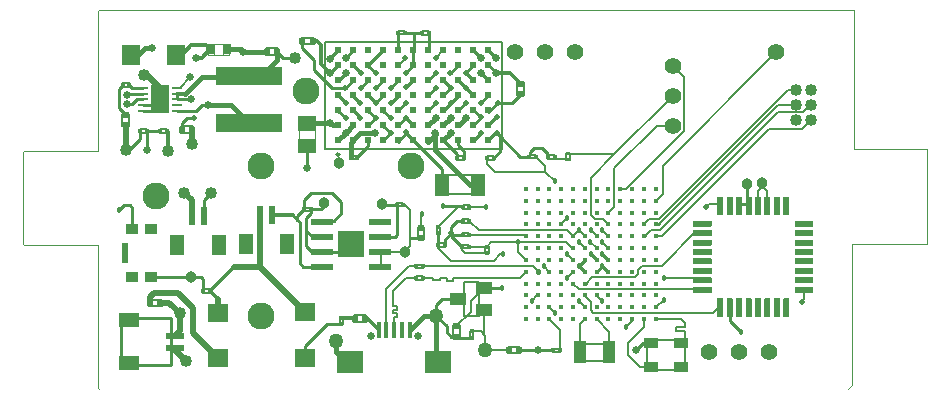
<source format=gtl>
G04 Layer_Physical_Order=1*
G04 Layer_Color=255*
%FSLAX24Y24*%
%MOIN*%
G70*
G01*
G75*
%ADD10R,0.0213X0.0236*%
%ADD11R,0.0236X0.0213*%
%ADD12R,0.0900X0.0900*%
%ADD13R,0.0750X0.0220*%
%ADD14R,0.0217X0.0591*%
%ADD15R,0.0591X0.0217*%
%ADD16R,0.0134X0.0142*%
%ADD17R,0.0157X0.0551*%
%ADD18R,0.0906X0.0748*%
%ADD19R,0.0591X0.0512*%
%ADD20R,0.0142X0.0134*%
%ADD21R,0.0612X0.0657*%
%ADD22R,0.2205X0.0610*%
%ADD23C,0.0240*%
%ADD24R,0.0709X0.0472*%
%ADD25R,0.0610X0.0236*%
%ADD26R,0.0260X0.0370*%
%ADD27R,0.0236X0.0610*%
%ADD28R,0.0472X0.0709*%
%ADD29R,0.0657X0.0612*%
%ADD30R,0.0138X0.0079*%
%ADD31R,0.0433X0.0748*%
%ADD32R,0.0646X0.0937*%
%ADD33R,0.0331X0.0106*%
%ADD34R,0.0453X0.0717*%
%ADD35R,0.0394X0.0354*%
%ADD36R,0.0217X0.0669*%
%ADD37R,0.0551X0.0394*%
%ADD38R,0.0450X0.0350*%
%ADD39C,0.0177*%
%ADD40C,0.0060*%
%ADD41C,0.0100*%
%ADD42C,0.0150*%
%ADD43C,0.0200*%
%ADD44C,0.0120*%
%ADD45C,0.0080*%
%ADD46C,0.0094*%
%ADD47C,0.0050*%
%ADD48C,0.0040*%
%ADD49C,0.0010*%
%ADD50C,0.0000*%
%ADD51C,0.0900*%
%ADD52C,0.0256*%
%ADD53C,0.0500*%
%ADD54C,0.0550*%
%ADD55C,0.0400*%
%ADD56C,0.0250*%
%ADD57C,0.0380*%
%ADD58C,0.0180*%
%ADD59C,0.0200*%
G36*
X-14311Y4081D02*
X-14351D01*
Y4160D01*
X-14311D01*
Y4081D01*
D02*
G37*
G36*
X-14509D02*
X-14548D01*
Y4160D01*
X-14509D01*
Y4081D01*
D02*
G37*
G36*
X-4690Y4193D02*
X-5084D01*
Y4372D01*
X-4690D01*
Y4193D01*
D02*
G37*
G36*
Y4507D02*
X-5084D01*
Y4688D01*
X-4690D01*
Y4507D01*
D02*
G37*
G36*
X-1540Y4193D02*
X-1929D01*
Y4372D01*
X-1540D01*
Y4193D01*
D02*
G37*
G36*
X-14519Y3701D02*
X-14558D01*
Y3780D01*
X-14519D01*
Y3701D01*
D02*
G37*
G36*
X-1540Y3563D02*
X-1927D01*
Y3741D01*
X-1540D01*
Y3563D01*
D02*
G37*
G36*
X-14321Y3701D02*
X-14361D01*
Y3780D01*
X-14321D01*
Y3701D01*
D02*
G37*
G36*
X-1540Y3878D02*
X-1926D01*
Y4057D01*
X-1540D01*
Y3878D01*
D02*
G37*
G36*
X-4690D02*
X-5084D01*
Y4057D01*
X-4690D01*
Y3878D01*
D02*
G37*
G36*
X-1540Y4507D02*
X-1925D01*
Y4688D01*
X-1540D01*
Y4507D01*
D02*
G37*
G36*
X-4690Y4822D02*
X-5085D01*
Y5004D01*
X-4690D01*
Y4822D01*
D02*
G37*
G36*
X-13582Y4790D02*
X-13621D01*
Y4869D01*
X-13582D01*
Y4790D01*
D02*
G37*
G36*
X-1540Y4822D02*
X-1929D01*
Y5003D01*
X-1540D01*
Y4822D01*
D02*
G37*
G36*
Y5137D02*
X-1927D01*
Y5319D01*
X-1540D01*
Y5137D01*
D02*
G37*
G36*
X-4690D02*
X-5083D01*
Y5318D01*
X-4690D01*
Y5137D01*
D02*
G37*
G36*
X-12989Y4741D02*
X-13028D01*
Y4820D01*
X-12989D01*
Y4741D01*
D02*
G37*
G36*
X-12141Y4552D02*
X-12220D01*
Y4591D01*
X-12141D01*
Y4552D01*
D02*
G37*
G36*
X-12791Y4741D02*
X-12831D01*
Y4820D01*
X-12791D01*
Y4741D01*
D02*
G37*
G36*
X-13779Y4790D02*
X-13819D01*
Y4869D01*
X-13779D01*
Y4790D01*
D02*
G37*
G36*
X-12141Y4749D02*
X-12220D01*
Y4789D01*
X-12141D01*
Y4749D01*
D02*
G37*
G36*
X-4690Y3563D02*
X-5085D01*
Y3741D01*
X-4690D01*
Y3563D01*
D02*
G37*
G36*
X-12192Y2573D02*
X-12423D01*
Y2754D01*
X-12192D01*
Y2573D01*
D02*
G37*
G36*
X-17001Y2379D02*
X-17080D01*
Y2419D01*
X-17001D01*
Y2379D01*
D02*
G37*
G36*
X-4322Y2670D02*
X-4503D01*
Y3059D01*
X-4322D01*
Y2670D01*
D02*
G37*
G36*
X-3692D02*
X-3874D01*
Y3056D01*
X-3692D01*
Y2670D01*
D02*
G37*
G36*
X-4007D02*
X-4190D01*
Y3056D01*
X-4007D01*
Y2670D01*
D02*
G37*
G36*
X-9742Y1280D02*
X-9781D01*
Y1359D01*
X-9742D01*
Y1280D01*
D02*
G37*
G36*
X-9939Y1280D02*
X-9979D01*
Y1359D01*
X-9939D01*
Y1280D01*
D02*
G37*
G36*
X-12661Y1722D02*
X-12740D01*
Y1761D01*
X-12661D01*
Y1722D01*
D02*
G37*
G36*
X-17001Y2182D02*
X-17080D01*
Y2221D01*
X-17001D01*
Y2182D01*
D02*
G37*
G36*
X-12661Y1919D02*
X-12740D01*
Y1958D01*
X-12661D01*
Y1919D01*
D02*
G37*
G36*
X-3377Y2670D02*
X-3558D01*
Y3056D01*
X-3377D01*
Y2670D01*
D02*
G37*
G36*
X-1540Y3248D02*
X-1926D01*
Y3425D01*
X-1540D01*
Y3248D01*
D02*
G37*
G36*
X-4690D02*
X-5086D01*
Y3424D01*
X-4690D01*
Y3248D01*
D02*
G37*
G36*
X-21609Y3261D02*
X-21648D01*
Y3340D01*
X-21609D01*
Y3261D01*
D02*
G37*
G36*
X-12192Y3315D02*
X-12423D01*
Y3494D01*
X-12192D01*
Y3315D01*
D02*
G37*
G36*
X-21412Y3261D02*
X-21451D01*
Y3340D01*
X-21412D01*
Y3261D01*
D02*
G37*
G36*
X-2748Y2670D02*
X-2927D01*
Y3056D01*
X-2748D01*
Y2670D01*
D02*
G37*
G36*
X-3063D02*
X-3242D01*
Y3057D01*
X-3063D01*
Y2670D01*
D02*
G37*
G36*
X-2433D02*
X-2611D01*
Y3057D01*
X-2433D01*
Y2670D01*
D02*
G37*
G36*
X-12983Y2944D02*
X-12984D01*
Y2944D01*
X-12984D01*
Y2944D01*
X-12984D01*
Y2944D01*
X-12984D01*
Y2944D01*
X-12984D01*
Y2944D01*
X-13213D01*
Y2944D01*
Y2944D01*
Y2944D01*
Y3124D01*
X-12983D01*
Y2944D01*
D02*
G37*
G36*
X-2118Y2670D02*
X-2295D01*
Y3056D01*
X-2118D01*
Y2670D01*
D02*
G37*
G36*
X-12969Y5141D02*
X-13008D01*
Y5220D01*
X-12969D01*
Y5141D01*
D02*
G37*
G36*
X-9909Y7731D02*
X-9948D01*
Y7810D01*
X-9909D01*
Y7731D01*
D02*
G37*
G36*
X-10106D02*
X-10145D01*
Y7810D01*
X-10106D01*
Y7731D01*
D02*
G37*
G36*
X-10746Y7741D02*
X-10785D01*
Y7820D01*
X-10746D01*
Y7741D01*
D02*
G37*
G36*
X-17904Y8075D02*
X-18476D01*
Y8370D01*
X-17904D01*
Y8075D01*
D02*
G37*
G36*
X-10549Y7741D02*
X-10588D01*
Y7820D01*
X-10549D01*
Y7741D01*
D02*
G37*
G36*
X-12952Y7700D02*
X-12991D01*
Y7779D01*
X-12952D01*
Y7700D01*
D02*
G37*
G36*
X-12146Y7700D02*
X-12186D01*
Y7779D01*
X-12146D01*
Y7700D01*
D02*
G37*
G36*
X-11949Y7700D02*
X-11988D01*
Y7779D01*
X-11949D01*
Y7700D01*
D02*
G37*
G36*
X-16502Y7710D02*
X-16541D01*
Y7789D01*
X-16502D01*
Y7710D01*
D02*
G37*
G36*
X-16698Y7710D02*
X-16738D01*
Y7789D01*
X-16698D01*
Y7710D01*
D02*
G37*
G36*
X-23719Y8601D02*
X-23758D01*
Y8680D01*
X-23719D01*
Y8601D01*
D02*
G37*
G36*
X-14319Y11861D02*
X-14358D01*
Y11940D01*
X-14319D01*
Y11861D01*
D02*
G37*
G36*
X-24102Y10121D02*
X-24141D01*
Y10200D01*
X-24102D01*
Y10121D01*
D02*
G37*
G36*
X-14121Y11861D02*
X-14161D01*
Y11940D01*
X-14121D01*
Y11861D01*
D02*
G37*
G36*
X-14912Y11870D02*
X-14951D01*
Y11949D01*
X-14912D01*
Y11870D01*
D02*
G37*
G36*
X-15109Y11870D02*
X-15149D01*
Y11949D01*
X-15109D01*
Y11870D01*
D02*
G37*
G36*
X-23049Y8601D02*
X-23088D01*
Y8680D01*
X-23049D01*
Y8601D01*
D02*
G37*
G36*
X-23522D02*
X-23561D01*
Y8680D01*
X-23522D01*
Y8601D01*
D02*
G37*
G36*
X-22851D02*
X-22891D01*
Y8680D01*
X-22851D01*
Y8601D01*
D02*
G37*
G36*
X-24299Y10121D02*
X-24338D01*
Y10200D01*
X-24299D01*
Y10121D01*
D02*
G37*
G36*
X-17904Y8645D02*
X-18475D01*
Y8940D01*
X-17904D01*
Y8645D01*
D02*
G37*
G36*
X-13149Y7700D02*
X-13189D01*
Y7779D01*
X-13149D01*
Y7700D01*
D02*
G37*
G36*
X-12772Y5601D02*
X-12811D01*
Y5680D01*
X-12772D01*
Y5601D01*
D02*
G37*
G36*
X-12969D02*
X-13008D01*
Y5680D01*
X-12969D01*
Y5601D01*
D02*
G37*
G36*
X-4322Y5820D02*
X-4506D01*
Y6215D01*
X-4322D01*
Y5820D01*
D02*
G37*
G36*
X-3692D02*
X-3874D01*
Y6215D01*
X-3692D01*
Y5820D01*
D02*
G37*
G36*
X-4007D02*
X-4189D01*
Y6213D01*
X-4007D01*
Y5820D01*
D02*
G37*
G36*
X-13771Y5212D02*
X-13850D01*
Y5251D01*
X-13771D01*
Y5212D01*
D02*
G37*
G36*
X-12771Y5141D02*
X-12811D01*
Y5220D01*
X-12771D01*
Y5141D01*
D02*
G37*
G36*
X-13771Y5409D02*
X-13850D01*
Y5449D01*
X-13771D01*
Y5409D01*
D02*
G37*
G36*
X-1540Y5452D02*
X-1927D01*
Y5635D01*
X-1540D01*
Y5452D01*
D02*
G37*
G36*
X-4690D02*
X-5086D01*
Y5636D01*
X-4690D01*
Y5452D01*
D02*
G37*
G36*
X-3377Y5820D02*
X-3558D01*
Y6214D01*
X-3377D01*
Y5820D01*
D02*
G37*
G36*
X-12959Y6061D02*
X-12998D01*
Y6140D01*
X-12959D01*
Y6061D01*
D02*
G37*
G36*
X-18052Y5980D02*
X-18091D01*
Y6059D01*
X-18052D01*
Y5980D01*
D02*
G37*
G36*
X-12761Y6061D02*
X-12801D01*
Y6140D01*
X-12761D01*
Y6061D01*
D02*
G37*
G36*
X-14972Y6141D02*
X-15012D01*
Y6220D01*
X-14972D01*
Y6141D01*
D02*
G37*
G36*
X-15169D02*
X-15208D01*
Y6220D01*
X-15169D01*
Y6141D01*
D02*
G37*
G36*
X-2748Y5820D02*
X-2927D01*
Y6215D01*
X-2748D01*
Y5820D01*
D02*
G37*
G36*
X-3063D02*
X-3242D01*
Y6213D01*
X-3063D01*
Y5820D01*
D02*
G37*
G36*
X-2433D02*
X-2611D01*
Y6216D01*
X-2433D01*
Y5820D01*
D02*
G37*
G36*
X-18249Y5980D02*
X-18289D01*
Y6059D01*
X-18249D01*
Y5980D01*
D02*
G37*
G36*
X-2118Y5820D02*
X-2297D01*
Y6211D01*
X-2118D01*
Y5820D01*
D02*
G37*
D10*
X-18339Y11630D02*
D03*
X-18001D02*
D03*
X-16590Y2380D02*
D03*
X-16251D02*
D03*
X-19180Y11280D02*
D03*
X-19519D02*
D03*
X-22359Y8680D02*
D03*
X-22021D02*
D03*
X-23070Y2900D02*
D03*
X-23409D02*
D03*
X-11120Y1330D02*
D03*
X-11459D02*
D03*
D11*
X-11060Y9871D02*
D03*
Y10209D02*
D03*
X-14380Y5399D02*
D03*
Y5060D02*
D03*
X-24230Y8831D02*
D03*
Y9169D02*
D03*
X-13210Y1781D02*
D03*
Y2119D02*
D03*
D12*
X-16720Y4860D02*
D03*
D13*
X-17700Y4110D02*
D03*
Y4610D02*
D03*
Y5110D02*
D03*
Y5610D02*
D03*
X-15740D02*
D03*
Y5110D02*
D03*
Y4610D02*
D03*
Y4110D02*
D03*
D14*
X-2208Y6133D02*
D03*
X-2523D02*
D03*
X-2838D02*
D03*
X-3153D02*
D03*
X-3467D02*
D03*
X-3782D02*
D03*
X-4097D02*
D03*
X-4412D02*
D03*
Y2747D02*
D03*
X-4097D02*
D03*
X-3782D02*
D03*
X-3467D02*
D03*
X-3153D02*
D03*
X-2838D02*
D03*
X-2523D02*
D03*
X-2208D02*
D03*
D15*
X-5003Y5542D02*
D03*
Y5227D02*
D03*
Y4912D02*
D03*
Y4597D02*
D03*
Y4283D02*
D03*
Y3968D02*
D03*
Y3653D02*
D03*
Y3338D02*
D03*
X-1617D02*
D03*
Y3653D02*
D03*
Y3968D02*
D03*
Y4283D02*
D03*
Y4597D02*
D03*
Y4912D02*
D03*
Y5227D02*
D03*
Y5542D02*
D03*
D16*
X-13000Y5640D02*
D03*
X-12780D02*
D03*
X-13020Y4780D02*
D03*
X-12800D02*
D03*
X-12780Y5180D02*
D03*
X-13000D02*
D03*
X-24330Y10160D02*
D03*
X-24110D02*
D03*
X-22860Y8640D02*
D03*
X-23080D02*
D03*
X-23530D02*
D03*
X-23750D02*
D03*
X-15140Y11910D02*
D03*
X-14920D02*
D03*
X-16510Y7750D02*
D03*
X-16730D02*
D03*
X-12960Y7740D02*
D03*
X-13180D02*
D03*
X-14130Y11900D02*
D03*
X-14350D02*
D03*
X-12177Y7740D02*
D03*
X-11957D02*
D03*
X-12990Y6100D02*
D03*
X-12770D02*
D03*
X-13590Y4830D02*
D03*
X-13810D02*
D03*
X-21640Y3300D02*
D03*
X-21420D02*
D03*
X-14550Y3740D02*
D03*
X-14540Y4120D02*
D03*
X-9750Y1320D02*
D03*
X-9970D02*
D03*
X-10137Y7770D02*
D03*
X-9917D02*
D03*
X-18060Y6020D02*
D03*
X-18280D02*
D03*
X-15200Y6180D02*
D03*
X-14980D02*
D03*
X-10557Y7780D02*
D03*
X-10777D02*
D03*
X-14320Y4120D02*
D03*
X-14330Y3740D02*
D03*
D17*
X-15792Y2003D02*
D03*
X-15536D02*
D03*
X-15280D02*
D03*
X-15024D02*
D03*
X-14768D02*
D03*
D18*
X-16756Y920D02*
D03*
X-13804D02*
D03*
D19*
X-18190Y8136D02*
D03*
Y8884D02*
D03*
D20*
X-12700Y1730D02*
D03*
Y1950D02*
D03*
X-17040Y2410D02*
D03*
Y2190D02*
D03*
X-13810Y5440D02*
D03*
Y5220D02*
D03*
X-12180Y4560D02*
D03*
Y4780D02*
D03*
D21*
X-24050Y11180D02*
D03*
X-22542D02*
D03*
D22*
X-20110Y8895D02*
D03*
Y10470D02*
D03*
D23*
X-17140Y8320D02*
D03*
Y8820D02*
D03*
Y9320D02*
D03*
Y9820D02*
D03*
Y10320D02*
D03*
Y10820D02*
D03*
Y11320D02*
D03*
X-16640Y8320D02*
D03*
X-16140D02*
D03*
X-15640D02*
D03*
X-15140D02*
D03*
X-14640D02*
D03*
X-14140D02*
D03*
X-13640D02*
D03*
X-13140D02*
D03*
X-12640D02*
D03*
X-12140D02*
D03*
X-16640Y8820D02*
D03*
Y9320D02*
D03*
Y9820D02*
D03*
Y10320D02*
D03*
Y10820D02*
D03*
Y11320D02*
D03*
X-16140Y8820D02*
D03*
Y9320D02*
D03*
Y9820D02*
D03*
Y10320D02*
D03*
Y10820D02*
D03*
Y11320D02*
D03*
X-15640Y8820D02*
D03*
Y9320D02*
D03*
Y9820D02*
D03*
Y10320D02*
D03*
Y10820D02*
D03*
Y11320D02*
D03*
X-15140Y8820D02*
D03*
Y9320D02*
D03*
Y9820D02*
D03*
Y10320D02*
D03*
Y10820D02*
D03*
Y11320D02*
D03*
X-14640Y8820D02*
D03*
Y9320D02*
D03*
Y9820D02*
D03*
Y10320D02*
D03*
Y10820D02*
D03*
Y11320D02*
D03*
X-14140Y8820D02*
D03*
Y9320D02*
D03*
Y9820D02*
D03*
Y10320D02*
D03*
Y10820D02*
D03*
Y11320D02*
D03*
X-13640Y8820D02*
D03*
Y9320D02*
D03*
Y9820D02*
D03*
Y10320D02*
D03*
Y10820D02*
D03*
Y11320D02*
D03*
X-13140Y8820D02*
D03*
Y9320D02*
D03*
Y9820D02*
D03*
Y10320D02*
D03*
Y10820D02*
D03*
Y11320D02*
D03*
X-12640Y8820D02*
D03*
Y9320D02*
D03*
Y9820D02*
D03*
Y10320D02*
D03*
Y10820D02*
D03*
Y11320D02*
D03*
X-12140Y8820D02*
D03*
Y9320D02*
D03*
Y9820D02*
D03*
Y10320D02*
D03*
Y10820D02*
D03*
Y11320D02*
D03*
D24*
X-24118Y901D02*
D03*
Y2319D02*
D03*
D25*
X-22592Y1413D02*
D03*
Y1807D02*
D03*
D26*
X-21420Y11350D02*
D03*
X-20860D02*
D03*
D27*
X-19363Y5828D02*
D03*
X-19756Y5828D02*
D03*
X-21633Y5798D02*
D03*
X-22026Y5798D02*
D03*
D28*
X-18860Y4870D02*
D03*
X-20234D02*
D03*
X-21130Y4840D02*
D03*
X-22504D02*
D03*
D29*
X-21160Y2580D02*
D03*
Y1072D02*
D03*
X-18240Y2584D02*
D03*
Y1076D02*
D03*
D30*
X-9490Y7703D02*
D03*
Y7860D02*
D03*
D31*
X-8110Y1250D02*
D03*
X-9094D02*
D03*
D32*
X-23087Y9683D02*
D03*
D33*
X-22520Y10077D02*
D03*
Y9880D02*
D03*
Y9683D02*
D03*
Y9486D02*
D03*
Y9289D02*
D03*
X-23654D02*
D03*
Y9486D02*
D03*
Y9683D02*
D03*
Y9880D02*
D03*
Y10077D02*
D03*
D34*
X-13670Y6840D02*
D03*
X-12501D02*
D03*
D35*
X-24005Y3753D02*
D03*
X-23375D02*
D03*
Y5367D02*
D03*
X-24005D02*
D03*
D36*
X-24251Y4560D02*
D03*
D37*
X-12270Y2660D02*
D03*
Y3408D02*
D03*
X-13136Y3034D02*
D03*
D38*
X-5710Y760D02*
D03*
X-6710D02*
D03*
X-5710Y1560D02*
D03*
X-6710D02*
D03*
D39*
X-10895Y6697D02*
D03*
X-10501D02*
D03*
X-10107D02*
D03*
X-9714D02*
D03*
X-9320D02*
D03*
X-8926D02*
D03*
X-8533D02*
D03*
X-8139D02*
D03*
X-7745D02*
D03*
X-7351D02*
D03*
X-6958D02*
D03*
X-6564D02*
D03*
X-10895Y6304D02*
D03*
X-10501D02*
D03*
X-10107D02*
D03*
X-9714D02*
D03*
X-9320D02*
D03*
X-8926D02*
D03*
X-8533D02*
D03*
X-8139D02*
D03*
X-7745D02*
D03*
X-7351D02*
D03*
X-6958D02*
D03*
X-6564D02*
D03*
X-10895Y5910D02*
D03*
X-10501D02*
D03*
X-10107D02*
D03*
X-9714D02*
D03*
X-9320D02*
D03*
X-8926D02*
D03*
X-8533D02*
D03*
X-8139D02*
D03*
X-7745D02*
D03*
X-7351D02*
D03*
X-6958D02*
D03*
X-6564D02*
D03*
X-10895Y5516D02*
D03*
X-10501D02*
D03*
X-10107D02*
D03*
X-9714D02*
D03*
X-9320D02*
D03*
X-8926D02*
D03*
X-8533D02*
D03*
X-8139D02*
D03*
X-7745D02*
D03*
X-7351D02*
D03*
X-6958D02*
D03*
X-6564D02*
D03*
X-10895Y5123D02*
D03*
Y4729D02*
D03*
Y4335D02*
D03*
Y3941D02*
D03*
Y3548D02*
D03*
Y3154D02*
D03*
Y2760D02*
D03*
Y2367D02*
D03*
X-10501Y5123D02*
D03*
Y4729D02*
D03*
Y4335D02*
D03*
Y3941D02*
D03*
Y3548D02*
D03*
Y3154D02*
D03*
Y2760D02*
D03*
Y2367D02*
D03*
X-10107Y5123D02*
D03*
Y4729D02*
D03*
Y4335D02*
D03*
Y3941D02*
D03*
Y3548D02*
D03*
Y3154D02*
D03*
Y2760D02*
D03*
Y2367D02*
D03*
X-9714Y5123D02*
D03*
Y4729D02*
D03*
Y4335D02*
D03*
Y3941D02*
D03*
Y3548D02*
D03*
Y3154D02*
D03*
Y2760D02*
D03*
Y2367D02*
D03*
X-9320Y5123D02*
D03*
Y4729D02*
D03*
Y4335D02*
D03*
Y3941D02*
D03*
Y3548D02*
D03*
Y3154D02*
D03*
Y2760D02*
D03*
Y2367D02*
D03*
X-8926Y5123D02*
D03*
Y4729D02*
D03*
Y4335D02*
D03*
Y3941D02*
D03*
Y3548D02*
D03*
Y3154D02*
D03*
Y2760D02*
D03*
Y2367D02*
D03*
X-8533Y5123D02*
D03*
Y4729D02*
D03*
Y4335D02*
D03*
Y3941D02*
D03*
Y3548D02*
D03*
Y3154D02*
D03*
Y2760D02*
D03*
Y2367D02*
D03*
X-8139Y5123D02*
D03*
Y4729D02*
D03*
Y4335D02*
D03*
Y3941D02*
D03*
Y3548D02*
D03*
Y3154D02*
D03*
Y2760D02*
D03*
Y2367D02*
D03*
X-7745Y5123D02*
D03*
Y4729D02*
D03*
Y4335D02*
D03*
Y3941D02*
D03*
Y3548D02*
D03*
Y3154D02*
D03*
Y2760D02*
D03*
Y2367D02*
D03*
X-7351Y5123D02*
D03*
Y4729D02*
D03*
Y4335D02*
D03*
Y3941D02*
D03*
Y3548D02*
D03*
Y3154D02*
D03*
Y2760D02*
D03*
Y2367D02*
D03*
X-6958Y5123D02*
D03*
Y4729D02*
D03*
Y4335D02*
D03*
Y3941D02*
D03*
Y3548D02*
D03*
Y3154D02*
D03*
Y2760D02*
D03*
Y2367D02*
D03*
X-6564Y5123D02*
D03*
Y4729D02*
D03*
Y4335D02*
D03*
Y3941D02*
D03*
Y3548D02*
D03*
Y3154D02*
D03*
Y2760D02*
D03*
Y2367D02*
D03*
D40*
X-3155Y6133D02*
Y6635D01*
X-14955Y6205D02*
X-14740Y5990D01*
X-12800Y4780D02*
X-12180D01*
X-15730Y4060D02*
Y4600D01*
X-12270Y1820D02*
Y2660D01*
X-12400Y1950D02*
X-12270Y1820D01*
X-12250Y1800D01*
X-12170Y1330D02*
X-11459D01*
X-12250Y1340D02*
X-12170Y1330D01*
X-14370Y5399D02*
Y5870D01*
X-15730Y4600D02*
X-14930D01*
X-11910Y7280D02*
X-10240D01*
X-12177Y7547D02*
X-11910Y7280D01*
X-12177Y7547D02*
Y7740D01*
X-12760Y6110D02*
X-12230D01*
X-12770Y6100D02*
X-12760Y6110D01*
X-12720Y2958D02*
X-12270Y3408D01*
X-12720Y2609D02*
Y2958D01*
X-12250Y1340D02*
Y1800D01*
X-12700Y1950D02*
X-12400D01*
X-4774Y6196D02*
X-4412D01*
X-1620Y3020D02*
Y3401D01*
X-5210Y5290D02*
X-5005D01*
X-6360Y4140D02*
X-5210Y5290D01*
X-7010Y4140D02*
X-6360D01*
X-4880Y6090D02*
X-4774Y6196D01*
X-6240Y8810D02*
X-6050Y9000D01*
X-6520Y8810D02*
X-6240D01*
X-7940Y7390D02*
X-6520Y8810D01*
X-7940Y7860D02*
X-6000Y9800D01*
X-9490Y7860D02*
X-7940D01*
X-5620Y8640D02*
Y10420D01*
X-6000Y10800D02*
X-5620Y10420D01*
X-6330Y7470D02*
X-2550Y11250D01*
X-6330Y6538D02*
Y7470D01*
X-1700Y8700D02*
X-1400Y9000D01*
X-2790Y8700D02*
X-1700D01*
X-4645Y2580D02*
X-4415Y2810D01*
X-6280Y3716D02*
X-5003D01*
X-14930Y4600D02*
X-14740Y4790D01*
Y5990D01*
X-1700Y2940D02*
X-1620Y3020D01*
X-9132Y3360D02*
X-5046D01*
X-5580Y2090D02*
Y2220D01*
X-5890Y2090D02*
X-5580D01*
X-5890Y1960D02*
Y2090D01*
X-5580Y1690D02*
Y1960D01*
X-5890D02*
X-5580D01*
X-5727Y2367D02*
X-5580Y2220D01*
X-6564Y2367D02*
X-5727D01*
X-2840Y6196D02*
Y6620D01*
X-3010Y6790D02*
X-2840Y6620D01*
X-10240Y7280D02*
X-9930Y6970D01*
X-10240Y7280D02*
Y7463D01*
X-10557Y7780D02*
X-10240Y7463D01*
X-13210Y2119D02*
X-12720Y2609D01*
X-12780Y5640D02*
X-12460Y5320D01*
X-9530D01*
X-9333Y5123D01*
X-9320D01*
X-13150Y6100D02*
X-12990D01*
X-13810Y5440D02*
X-13150Y6100D01*
X-9130Y2960D02*
X-8930Y2760D01*
X-8926D01*
X-11150Y4590D02*
Y4920D01*
Y4590D02*
X-10895Y4335D01*
X-11960Y4310D02*
X-11740Y4530D01*
X-13400Y4310D02*
X-11960D01*
X-13810Y4720D02*
X-13400Y4310D01*
X-11740Y4530D02*
X-11660D01*
X-9510Y4525D02*
X-9320Y4335D01*
X-9530Y3731D02*
X-9320Y3941D01*
X-10300Y4140D02*
X-10107Y3947D01*
X-10700Y2960D02*
X-10506Y3154D01*
X-12270Y2660D02*
Y2820D01*
X-12910Y4560D02*
X-12180D01*
X-13020Y4670D02*
X-12910Y4560D01*
X-13020Y4670D02*
Y4780D01*
X-8340Y4930D02*
X-8139Y4729D01*
Y4729D02*
Y4729D01*
X-8740Y4940D02*
X-8533Y4733D01*
X-9130Y4930D02*
X-8929Y4729D01*
X-7351Y2308D02*
Y2367D01*
X-7550Y2110D02*
X-7351Y2308D01*
X-7480Y1580D02*
X-6958Y2102D01*
X-7480Y1170D02*
Y1580D01*
X-6958Y2102D02*
Y2367D01*
X-7070Y760D02*
X-6710D01*
X-7480Y1170D02*
X-7070Y760D01*
X-12040Y4920D02*
X-11150D01*
X-9550D01*
X-12180Y4780D02*
X-12040Y4920D01*
X-9550D02*
X-9359Y4729D01*
X-9320D01*
X-8340Y5320D02*
X-8143Y5123D01*
X-8139D01*
X-8730Y5320D02*
X-8533Y5123D01*
Y5123D02*
Y5123D01*
X-9120Y5316D02*
Y5320D01*
Y5316D02*
X-8926Y5123D01*
X-9317D02*
X-9120Y5320D01*
X-9320Y5123D02*
X-9317D01*
X-9910Y2560D02*
Y2563D01*
X-10107Y2760D02*
X-9910Y2563D01*
X-7940Y6109D02*
Y7390D01*
X-8139Y5910D02*
X-7940Y6109D01*
X-3010Y6790D02*
Y6890D01*
Y6780D02*
Y6790D01*
X-3155Y6635D02*
X-3010Y6780D01*
X-6540Y2760D02*
X-6300Y3000D01*
X-7160Y3990D02*
X-7010Y4140D01*
X-7160Y3850D02*
Y3990D01*
X-7250Y3760D02*
X-7160Y3850D01*
X-8690Y3760D02*
X-7250D01*
X-8902Y3548D02*
X-8690Y3760D01*
X-8640Y2580D02*
X-4645D01*
X-8730Y2670D02*
X-8640Y2580D01*
X-8730Y2670D02*
Y2930D01*
X-8926Y3126D02*
X-8730Y2930D01*
X-8350Y2950D02*
X-8340D01*
X-8533Y3133D02*
X-8350Y2950D01*
X-9320Y3548D02*
X-9132Y3360D01*
X-10107Y2367D02*
X-9750Y2009D01*
X-8533Y2367D02*
X-8110Y1944D01*
X-9094Y2199D02*
X-8926Y2367D01*
X-9750Y1320D02*
Y2009D01*
X-8110Y1250D02*
Y1944D01*
X-9094Y1250D02*
Y2199D01*
X-10952Y5180D02*
X-10895Y5123D01*
X-12780Y5180D02*
X-10952D01*
X-9849Y7703D02*
X-9490D01*
X-11910Y8550D02*
X-11840D01*
X-15140Y11320D02*
X-15140Y11320D01*
X-9917Y7770D02*
X-9849Y7703D01*
X-16410Y9060D02*
Y9090D01*
X-15400Y8560D02*
Y8570D01*
X-15140Y8320D02*
X-15120D01*
X-14660D02*
X-14640D01*
X-16900Y9570D02*
Y9580D01*
X-16390Y10570D02*
X-16380D01*
Y10070D02*
Y10080D01*
X-14650Y10320D02*
X-14640D01*
X-13410Y10570D02*
X-13390D01*
X-12890Y10560D02*
Y10570D01*
X-13640Y9320D02*
X-13630D01*
X-12650Y10320D02*
X-12640D01*
X-11870Y9090D02*
X-11850D01*
X-12640Y9320D02*
X-12620D01*
X-14890Y9570D02*
X-14880D01*
X-15880Y9560D02*
Y9580D01*
X-16910Y10070D02*
X-16890D01*
X-17140Y10320D02*
X-17130D01*
X-15140Y10820D02*
X-15130D01*
X-13650Y11320D02*
X-13640D01*
X-13900Y11070D02*
X-13650Y11320D01*
X-11900Y11080D02*
X-11880D01*
X-12140Y10820D02*
X-12130D01*
X-12150Y10320D02*
X-12140D01*
X-14140Y11320D02*
X-14130Y11330D01*
X-12640Y8320D02*
X-12610D01*
X-14920Y11037D02*
Y11080D01*
X-13140Y9810D02*
Y9820D01*
X-14640Y11320D02*
X-14620Y11340D01*
X-13640Y9820D02*
Y9840D01*
X-14140Y9820D02*
Y9840D01*
X-14640Y8800D02*
Y8820D01*
X-16140Y10810D02*
Y10820D01*
X-15140Y9800D02*
Y9820D01*
X-15640Y9290D02*
Y9320D01*
X-16140Y9300D02*
Y9320D01*
X-16640Y9800D02*
Y9820D01*
X-17140Y9300D02*
Y9320D01*
X-15140Y8800D02*
Y8820D01*
X-15640Y8810D02*
Y8820D01*
X-15133Y10825D02*
X-14920Y11037D01*
X-15133Y10825D02*
X-15130Y10820D01*
X-7745Y6697D02*
X-7563D01*
X-5620Y8640D01*
X-8600Y5710D02*
X-8333D01*
X-8139Y5516D01*
X-8730Y5840D02*
X-8600Y5710D01*
X-8730Y5840D02*
Y7070D01*
X-7940Y7860D01*
X-6564Y6304D02*
X-6330Y6538D01*
X-9714Y5536D02*
X-9520Y5730D01*
X-6958Y5516D02*
X-6774Y5700D01*
X-6450D01*
X-2150Y10000D01*
X-6464Y5516D02*
X-2480Y9500D01*
X-1900D01*
X-6927Y5123D02*
X-6720Y5330D01*
X-6420D01*
X-6564Y5123D02*
X-6367D01*
X-2150Y10000D02*
X-1900D01*
X-6420Y5330D02*
X-2500Y9250D01*
X-1650D01*
X-1400Y9500D01*
X-6367Y5123D02*
X-2790Y8700D01*
X-12963Y2474D02*
Y3594D01*
Y2474D02*
X-12443D01*
Y3594D01*
X-12963D02*
X-12443D01*
D41*
X-23375Y3753D02*
X-21703D01*
X-18200Y8116D02*
X-18180Y8136D01*
X-15140Y8280D02*
X-14870Y8550D01*
Y8570D02*
X-13670Y7370D01*
X-13140Y9320D02*
X-12885Y9575D01*
X-3785Y6196D02*
X-3470D01*
X-12620Y9320D02*
X-12380Y9080D01*
X-12140Y9260D02*
X-11830Y9570D01*
X-18200Y7400D02*
Y8116D01*
X-17630Y6120D02*
Y6240D01*
X-17730Y6020D02*
X-17630Y6120D01*
X-18060Y6020D02*
X-17730D01*
X-18658Y5828D02*
X-18510Y5680D01*
X-18320Y4110D02*
X-17700D01*
X-18430Y4220D02*
X-18320Y4110D01*
X-15240Y5110D02*
X-15200Y5150D01*
Y6180D01*
X-16970Y4610D02*
X-16720Y4860D01*
X-17700Y4610D02*
X-16970D01*
X-18030D02*
X-17700D01*
X-18230Y4810D02*
X-18030Y4610D01*
X-18230Y4810D02*
Y5330D01*
Y5740D01*
X-18010Y5110D02*
X-17700D01*
X-18230Y5330D02*
X-18010Y5110D01*
X-21633Y5798D02*
Y6317D01*
X-21380Y6570D01*
X-10630Y8080D02*
X-10340D01*
X-10769Y7941D02*
X-10630Y8080D01*
X-10769Y7815D02*
Y7941D01*
X-10137Y7770D02*
Y7877D01*
X-10340Y8080D02*
X-10137Y7877D01*
X-13686Y3034D02*
X-13136D01*
X-13880Y2840D02*
X-13686Y3034D01*
X-13880Y2480D02*
Y2840D01*
X-4100Y2300D02*
Y2747D01*
Y2300D02*
X-3730Y1930D01*
X-3510Y6236D02*
Y6880D01*
Y6236D02*
X-3470Y6196D01*
X-11361Y9570D02*
X-11060Y9871D01*
X-11830Y9570D02*
X-11361D01*
X-17940Y10670D02*
Y10990D01*
X-18339Y11389D02*
X-17940Y10990D01*
X-18339Y11389D02*
Y11630D01*
X-24300Y6160D02*
X-24090D01*
X-24460Y6000D02*
X-24300Y6160D01*
X-21703Y3753D02*
X-21640Y3690D01*
X-15700Y6190D02*
X-15690Y6180D01*
X-15200D01*
X-5046Y3360D02*
X-5005Y3401D01*
X-17340Y10070D02*
X-16910D01*
X-17940Y10670D02*
X-17340Y10070D01*
X-18430Y4220D02*
Y5600D01*
X-15740Y5110D02*
X-15240D01*
X-18230Y5740D02*
X-18060Y5910D01*
Y6020D01*
X-18510Y5680D02*
X-18430Y5600D01*
X-14720Y5060D02*
X-14380D01*
X-17040Y5900D02*
Y6260D01*
X-17300Y5640D02*
X-17040Y5900D01*
X-17670Y5640D02*
X-17300D01*
X-17360Y6580D02*
X-17040Y6260D01*
X-17700Y5610D02*
X-17670Y5640D01*
X-18040Y6580D02*
X-17360D01*
X-18280Y6340D02*
X-18040Y6580D01*
X-18280Y6020D02*
Y6340D01*
X-18510Y5790D02*
X-18280Y6020D01*
X-18510Y5680D02*
Y5790D01*
X-5710Y1560D02*
X-5580Y1690D01*
X-14870Y8550D02*
Y8570D01*
Y8600D01*
X-16220Y8320D02*
X-16207Y8290D01*
X-16140Y8120D02*
Y8320D01*
X-16510Y7750D02*
X-16140Y8120D01*
X-11740Y8450D02*
X-11070Y7780D01*
X-11840Y8550D02*
X-11740Y8450D01*
Y7957D02*
Y8450D01*
X-11957Y7740D02*
X-11740Y7957D01*
X-11070Y7780D02*
X-10777D01*
X-13030Y6140D02*
X-12990Y6100D01*
X-13640Y6140D02*
X-13030D01*
X-12270Y3408D02*
X-11698D01*
X-10107Y3941D02*
Y3947D01*
X-10506Y3154D02*
X-10501D01*
X-9120Y4140D02*
X-8926Y3946D01*
Y3941D02*
Y3946D01*
X-9120Y4140D02*
Y4141D01*
X-8926Y4335D01*
X-8529Y3941D02*
X-8340Y4130D01*
X-8533Y3941D02*
X-8529D01*
X-8340Y4130D02*
X-8152Y3941D01*
X-8139D01*
X-8340Y4536D02*
Y4540D01*
Y4536D02*
X-8139Y4335D01*
X-8730Y4530D02*
X-8535Y4335D01*
X-8533D01*
Y4729D02*
Y4733D01*
X-8929Y4729D02*
X-8926D01*
X-10490Y1330D02*
X-9980D01*
X-11120D02*
X-10490D01*
X-9980D02*
X-9970Y1320D01*
X-6564Y2760D02*
X-6540D01*
X-7220Y1330D02*
X-6990Y1560D01*
X-6710D01*
X-8926Y3548D02*
X-8902D01*
X-8926Y3126D02*
Y3154D01*
X-8533Y3133D02*
Y3154D01*
X-11120Y1330D02*
X-11110Y1320D01*
X-23520Y7990D02*
X-23510D01*
X-23530Y8000D02*
X-23520Y7990D01*
X-24460Y10030D02*
X-24330Y10160D01*
X-24460Y9399D02*
Y10030D01*
Y9399D02*
X-24230Y9169D01*
X-24170Y9520D02*
X-24020D01*
X-24170Y9830D02*
Y9860D01*
X-24150Y9880D01*
X-13880Y2480D02*
X-13530Y2130D01*
Y1930D02*
Y2130D01*
Y1930D02*
X-13381Y1781D01*
X-13210D01*
X-23530Y8000D02*
Y8640D01*
X-13880Y2451D02*
Y2480D01*
X-13210Y1781D02*
X-13159Y1730D01*
X-12700D01*
X-15930Y8560D02*
X-15890Y8520D01*
X-20110Y10470D02*
X-19710D01*
X-19180Y11280D02*
X-18980Y11080D01*
X-18570D01*
X-20161Y10419D02*
X-20110Y10470D01*
X-23750Y8380D02*
Y8640D01*
X-24120Y8010D02*
X-23750Y8380D01*
X-23530Y8640D02*
X-23080D01*
X-24220Y8010D02*
X-24120D01*
X-16620Y2410D02*
X-16590Y2380D01*
X-18240Y1076D02*
Y1460D01*
X-24150Y9880D02*
X-23654D01*
X-24020Y9520D02*
X-23857Y9683D01*
X-21891Y9289D02*
X-21670Y9510D01*
X-22520Y9289D02*
X-21891D01*
X-21670Y9510D02*
X-21480D01*
X-22359Y8891D02*
X-22180Y9070D01*
X-22359Y8680D02*
Y8891D01*
X-22180Y9070D02*
X-21960D01*
X-22021Y8201D02*
X-22010Y8190D01*
X-22592Y1332D02*
Y1413D01*
X-22520Y9683D02*
Y9870D01*
X-14870Y10100D02*
X-14650Y10320D01*
X-12610Y8320D02*
X-12380Y8550D01*
X-16890Y10070D02*
X-16640Y10320D01*
X-13390Y10570D02*
X-13140Y10820D01*
X-12890Y10560D02*
X-12650Y10320D01*
X-12880Y10060D02*
X-12640Y9820D01*
X-14890Y9070D02*
X-14640Y8820D01*
X-14900Y10560D02*
X-14640Y10820D01*
X-17410Y11040D02*
Y11050D01*
X-17140Y11320D01*
X-17420Y10550D02*
X-17410D01*
X-17140Y10820D01*
X-12890Y10570D02*
X-12640Y10820D01*
X-13380Y9570D02*
X-13140Y9810D01*
X-15390Y10070D02*
X-15140Y10320D01*
X-15890Y10070D02*
X-15640Y10320D01*
X-16380Y10080D02*
X-16140Y10320D01*
X-15880Y9580D02*
X-15640Y9820D01*
X-15390Y9550D02*
X-15140Y9800D01*
X-16890Y11070D02*
X-16640Y11320D01*
X-15140Y11320D02*
Y11910D01*
X-14360D02*
X-14350Y11900D01*
X-14620Y11340D02*
Y11910D01*
X-14920D02*
X-14620D01*
X-14360D01*
X-14130Y11330D02*
Y11900D01*
X-12380Y9570D02*
Y9580D01*
X-12140Y9820D01*
X-12885Y9575D02*
X-12880Y9570D01*
X-12390Y10560D02*
X-12150Y10320D01*
X-22520Y9870D02*
Y9880D01*
X-13180Y7740D02*
Y7860D01*
X-13140Y8160D02*
X-12960Y7980D01*
Y7740D02*
Y7980D01*
X-21640Y3300D02*
Y3690D01*
X-24027Y10077D02*
X-23654D01*
X-24110Y10160D02*
X-24027Y10077D01*
X-23857Y9683D02*
X-23654D01*
X-20470Y9120D02*
X-20280Y8930D01*
X-22520Y9683D02*
X-22043D01*
X-23654Y9486D02*
X-23284D01*
X-23087Y9683D01*
X-23654Y9289D02*
X-23284D01*
Y9486D01*
X-23087Y9683D02*
Y9797D01*
X-13380Y5220D02*
Y5420D01*
X-13170Y5630D01*
X-13030D01*
X-13590Y4830D02*
Y5010D01*
X-13380Y5220D01*
X-13810Y4830D02*
Y5220D01*
X-13810Y4830D02*
X-13810Y4830D01*
X-13810Y4720D02*
Y4830D01*
X-16850Y920D02*
X-16756D01*
X-13340Y5180D02*
X-13000D01*
X-13380Y5220D02*
X-13340Y5180D01*
X-13380Y5140D02*
Y5220D01*
Y5140D02*
X-13020Y4780D01*
X-18240Y1460D02*
X-17510Y2190D01*
X-17040D01*
X-13140Y10320D02*
X-12880Y10060D01*
X-12140Y9260D02*
Y9320D01*
X-13640Y10320D02*
X-13400Y10080D01*
X-14140Y10320D02*
X-13890Y10570D01*
X-14640Y10820D02*
Y11320D01*
X-13640Y9840D02*
X-13400Y10080D01*
X-13630Y9320D02*
X-13380Y9570D01*
X-14140Y9840D02*
X-13900Y10080D01*
X-14140Y9320D02*
X-13890Y9570D01*
X-12140Y8820D02*
X-11870Y9090D01*
X-12640Y8820D02*
X-12380Y9080D01*
X-12140Y8320D02*
X-11910Y8550D01*
X-16140Y10820D02*
X-15640Y11320D01*
X-16140Y10810D02*
X-15900Y10570D01*
X-16640Y10820D02*
X-16390Y10570D01*
X-15140Y9320D02*
X-14890Y9570D01*
X-15640Y9290D02*
X-15400Y9050D01*
X-16140Y9820D02*
X-15880Y9560D01*
X-16140Y9300D02*
X-15900Y9060D01*
X-16640Y9800D02*
X-16410Y9570D01*
X-17140Y9820D02*
X-16900Y9580D01*
X-16640Y9320D02*
X-16410Y9090D01*
X-17140Y9300D02*
X-16900Y9060D01*
X-15140Y8820D02*
X-14890Y9070D01*
X-15140Y8280D02*
Y8320D01*
X-16140Y8820D02*
X-15900Y9060D01*
X-15640Y8810D02*
X-15400Y8570D01*
X-15640Y8320D02*
X-15400Y8560D01*
X-13140Y8160D02*
Y8320D01*
X-12140Y11320D02*
X-11900Y11080D01*
X-12640Y11320D02*
X-12400Y11080D01*
X-12130Y10820D02*
X-11880Y10570D01*
X-17130Y10320D02*
X-16890Y10560D01*
X-13640Y8320D02*
X-13180Y7860D01*
X-13670Y6840D02*
Y7370D01*
X-8139Y6304D02*
Y6309D01*
X-24005Y5367D02*
Y6075D01*
X-24090Y6160D02*
X-24005Y6075D01*
X-9714Y5516D02*
Y5536D01*
X-6564Y5516D02*
X-6464D01*
X-6958Y5123D02*
X-6927D01*
X-24394Y2397D02*
X-22720D01*
X-24394Y823D02*
Y2397D01*
Y823D02*
X-22720D01*
Y2397D01*
D42*
X-18164Y8910D02*
X-18144Y8890D01*
X-17410Y8910D02*
X-17320Y8820D01*
X-14768Y2003D02*
X-14291Y2480D01*
X-16730Y8230D02*
X-16640Y8320D01*
X-16730Y7750D02*
Y8230D01*
X-10501Y3941D02*
Y3971D01*
X-17410Y8890D02*
Y8910D01*
X-18144Y8890D02*
X-17410D01*
X-23590Y11400D02*
X-23360D01*
X-13880Y996D02*
Y2451D01*
Y996D02*
X-13804Y920D01*
X-18190Y8884D02*
X-18164Y8910D01*
X-19180Y11000D02*
Y11280D01*
X-19710Y10470D02*
X-19180Y11000D01*
X-21701Y10419D02*
X-20161D01*
X-20725Y9510D02*
X-20110Y8895D01*
X-21480Y9510D02*
X-20725D01*
X-20470Y8900D02*
Y9120D01*
X-16410Y8560D02*
X-15930D01*
X-17320Y8820D02*
X-17140D01*
X-14291Y2480D02*
X-13880D01*
X-17210Y1280D02*
Y1640D01*
Y1280D02*
X-16850Y920D01*
X-20390Y11350D02*
X-20320Y11280D01*
X-20860Y11350D02*
X-20390D01*
X-23810Y11180D02*
X-23590Y11400D01*
X-22250Y9870D02*
X-21701Y10419D01*
X-13910Y8510D02*
Y8560D01*
Y8010D02*
Y8510D01*
Y8560D02*
X-13885Y8535D01*
X-20320Y11280D02*
X-19519D01*
X-23870Y11180D02*
X-23810D01*
X-16890Y8570D02*
X-16640Y8820D01*
X-13140D02*
X-13130D01*
X-20690Y8900D02*
X-20470D01*
X-16640Y8330D02*
X-16410Y8560D01*
X-17140Y8320D02*
X-16890Y8570D01*
X-16640Y8320D02*
Y8330D01*
X-17140Y8320D02*
Y8330D01*
X-13130Y8820D02*
X-12880Y9070D01*
X-13640Y8820D02*
X-13400Y9060D01*
X-13640Y8320D02*
X-13390Y8570D01*
X-14140Y8820D02*
X-13890Y9070D01*
X-13910Y8010D02*
X-12740Y6840D01*
X-12501D01*
X-14140Y8280D02*
X-13910Y8510D01*
X-13885Y8535D01*
D43*
X-19756Y4100D02*
Y5828D01*
X-20620Y4100D02*
X-19756D01*
X-22026Y5798D02*
Y6316D01*
X-22280Y6570D02*
X-22026Y6316D01*
X-19756Y4100D02*
X-18240Y2584D01*
X-23280Y3230D02*
X-22480D01*
X-23409Y3101D02*
X-23280Y3230D01*
X-23409Y2900D02*
Y3101D01*
X-22770Y2900D02*
X-22430Y2560D01*
X-23070Y2900D02*
X-22770D01*
X-22430Y1969D02*
Y2560D01*
X-24230Y8020D02*
Y8831D01*
Y8020D02*
X-24220Y8010D01*
X-23530Y10510D02*
X-23087Y10067D01*
X-23610Y10510D02*
X-23530D01*
X-23087Y9797D02*
Y10067D01*
X-22021Y8201D02*
Y8680D01*
X-21160Y2580D02*
Y3040D01*
X-22480Y3230D02*
X-21970Y2720D01*
Y1882D02*
Y2720D01*
Y1882D02*
X-21160Y1072D01*
X-22592Y1807D02*
X-22430Y1969D01*
X-22592Y1332D02*
X-22230Y970D01*
D44*
X-19363Y5828D02*
X-18658D01*
X-22520Y9870D02*
X-22250D01*
X-11421Y10570D02*
X-11060Y10209D01*
X-11880Y10570D02*
X-11421D01*
X-21420Y3300D02*
X-20620Y4100D01*
X-17720Y10850D02*
Y11500D01*
X-17850Y11630D02*
X-17720Y11500D01*
X-18001Y11630D02*
X-17850D01*
X-17720Y10850D02*
X-17420Y10550D01*
X-22860Y8640D02*
X-22830Y8610D01*
Y7980D02*
Y8610D01*
X-16169Y2380D02*
X-15792Y2003D01*
X-17040Y2410D02*
X-16620D01*
X-21700Y11070D02*
X-21420Y11350D01*
X-21880Y11070D02*
X-21700D01*
X-22052Y11490D02*
X-21560D01*
X-22362Y11180D02*
X-22052Y11490D01*
X-21560D02*
X-21420Y11350D01*
Y3300D02*
X-21160Y3040D01*
X-22542Y11180D02*
X-22362D01*
X-16251Y2380D02*
X-16169D01*
D45*
X-13330Y3630D02*
Y3740D01*
X-13520Y3630D02*
X-13330D01*
X-13520D02*
Y3740D01*
X-13760Y3650D02*
Y3740D01*
X-13970Y3650D02*
X-13760D01*
X-13970D02*
Y3740D01*
X-13760D02*
X-13520D01*
X-14330D02*
X-13970D01*
X-11096D02*
X-10895Y3941D01*
X-13330Y3740D02*
X-11096D01*
X-10650Y4120D02*
X-10501Y3971D01*
X-14320Y4120D02*
X-10650D01*
X-15310Y3310D02*
X-14880Y3740D01*
X-14550D01*
X-22433Y10077D02*
X-22090Y10420D01*
X-22520Y10077D02*
X-22433D01*
X-15320Y2680D02*
X-15200D01*
X-15320Y2550D02*
Y2680D01*
Y2550D02*
X-15200D01*
X-15310Y2810D02*
Y3310D01*
X-14780Y4120D02*
X-14540D01*
X-15536Y3364D02*
X-14780Y4120D01*
X-15536Y2003D02*
Y3364D01*
X-15280Y2003D02*
Y2420D01*
X-15200D01*
Y2550D01*
X-15310Y2810D02*
X-15200D01*
Y2680D02*
Y2810D01*
X-9558Y7909D02*
X-9420D01*
X-9558Y7653D02*
Y7909D01*
Y7653D02*
X-9420D01*
Y7909D01*
D46*
X-17112Y7851D02*
G03*
X-17112Y7851I-47J0D01*
G01*
D47*
X-18379Y11520D02*
Y11740D01*
X-17961D01*
Y11520D02*
Y11740D01*
X-18379Y11520D02*
X-17961D01*
X-11170Y9831D02*
X-10950D01*
X-11170D02*
Y10249D01*
X-10950D01*
Y9831D02*
Y10249D01*
X-12772Y5581D02*
Y5699D01*
X-13008D02*
X-12772D01*
X-13008Y5581D02*
Y5699D01*
Y5581D02*
X-12772D01*
X-12759Y1958D02*
X-12641D01*
X-12759Y1722D02*
Y1958D01*
Y1722D02*
X-12641D01*
Y1958D01*
X-14490Y5438D02*
X-14270D01*
Y5021D02*
Y5438D01*
X-14490Y5021D02*
X-14270D01*
X-14490D02*
Y5438D01*
X-12792Y4721D02*
Y4839D01*
X-13028D02*
X-12792D01*
X-13028Y4721D02*
Y4839D01*
Y4721D02*
X-12792D01*
X-13008Y5121D02*
X-12772D01*
X-13008D02*
Y5239D01*
X-12772D01*
Y5121D02*
Y5239D01*
X-16981Y2182D02*
Y2418D01*
X-17099Y2182D02*
X-16981D01*
X-17099D02*
Y2418D01*
X-16981D01*
X-16629Y2490D02*
X-16212D01*
X-16629Y2270D02*
Y2490D01*
Y2270D02*
X-16212D01*
Y2490D01*
X-24102Y10101D02*
Y10219D01*
X-24338D02*
X-24102D01*
X-24338Y10101D02*
Y10219D01*
Y10101D02*
X-24102D01*
X-24340Y8791D02*
X-24120D01*
X-24340D02*
Y9209D01*
X-24120D01*
Y8791D02*
Y9209D01*
X-23088Y8581D02*
X-22852D01*
X-23088D02*
Y8699D01*
X-22852D01*
Y8581D02*
Y8699D01*
X-23758Y8581D02*
X-23522D01*
X-23758D02*
Y8699D01*
X-23522D01*
Y8581D02*
Y8699D01*
X-19558Y11170D02*
X-19141D01*
Y11390D01*
X-19558D02*
X-19141D01*
X-19558Y11170D02*
Y11390D01*
X-22399Y8790D02*
X-21981D01*
X-22399Y8570D02*
Y8790D01*
Y8570D02*
X-21981D01*
Y8790D01*
X-15148Y11969D02*
X-14912D01*
Y11851D02*
Y11969D01*
X-15148Y11851D02*
X-14912D01*
X-15148D02*
Y11969D01*
X-16738Y7691D02*
Y7809D01*
Y7691D02*
X-16502D01*
Y7809D01*
X-16738D02*
X-16502D01*
X-13188Y7681D02*
Y7799D01*
Y7681D02*
X-12952D01*
Y7799D01*
X-13188D02*
X-12952D01*
X-23448Y2790D02*
X-23031D01*
Y3010D01*
X-23448D02*
X-23031D01*
X-23448Y2790D02*
Y3010D01*
X-17593Y8048D02*
Y11592D01*
X-11687D01*
Y8048D02*
Y11592D01*
X-17593Y8048D02*
X-11687D01*
X-14358Y11841D02*
X-14122D01*
X-14358D02*
Y11959D01*
X-14122D01*
Y11841D02*
Y11959D01*
X-11498Y1220D02*
X-11081D01*
Y1440D01*
X-11498D02*
X-11081D01*
X-11498Y1220D02*
Y1440D01*
X-12185Y7799D02*
X-11949D01*
Y7681D02*
Y7799D01*
X-12185Y7681D02*
X-11949D01*
X-12185D02*
Y7799D01*
X-13751Y5212D02*
Y5448D01*
X-13869Y5212D02*
X-13751D01*
X-13869D02*
Y5448D01*
X-13751D01*
X-13320Y1741D02*
X-13100D01*
X-13320D02*
Y2159D01*
X-13100D01*
Y1741D02*
Y2159D01*
X-12762Y6041D02*
Y6159D01*
X-12998D02*
X-12762D01*
X-12998Y6041D02*
Y6159D01*
Y6041D02*
X-12762D01*
X-13818Y4771D02*
Y4889D01*
Y4771D02*
X-13582D01*
Y4889D01*
X-13818D02*
X-13582D01*
X-21412Y3241D02*
Y3359D01*
X-21648D02*
X-21412D01*
X-21648Y3241D02*
Y3359D01*
Y3241D02*
X-21412D01*
X-14558Y3681D02*
X-14322D01*
X-14558D02*
Y3799D01*
X-14322D01*
Y3681D02*
Y3799D01*
X-14548Y4061D02*
X-14312D01*
X-14548D02*
Y4179D01*
X-14312D01*
Y4061D02*
Y4179D01*
X-9978Y1261D02*
Y1379D01*
Y1261D02*
X-9742D01*
Y1379D01*
X-9978D02*
X-9742D01*
X-9909Y7711D02*
Y7829D01*
X-10145D02*
X-9909D01*
X-10145Y7711D02*
Y7829D01*
Y7711D02*
X-9909D01*
X-9232Y1545D02*
X-7972D01*
Y955D02*
Y1545D01*
X-9232Y955D02*
X-7972D01*
X-9232D02*
Y1545D01*
X-18288Y5961D02*
Y6079D01*
Y5961D02*
X-18052D01*
Y6079D01*
X-18288D02*
X-18052D01*
X-14972Y6121D02*
Y6239D01*
X-15208D02*
X-14972D01*
X-15208Y6121D02*
Y6239D01*
Y6121D02*
X-14972D01*
X-13715Y6525D02*
Y7155D01*
Y6525D02*
X-12455D01*
Y7155D01*
X-13715D02*
X-12455D01*
X-10785Y7721D02*
X-10549D01*
X-10785D02*
Y7839D01*
X-10549D01*
Y7721D02*
Y7839D01*
X-6840Y668D02*
X-5580D01*
X-6840D02*
Y1652D01*
X-5580D01*
Y668D02*
Y1652D01*
X-12239Y4788D02*
X-12121D01*
X-12239Y4552D02*
Y4788D01*
Y4552D02*
X-12121D01*
Y4788D01*
D48*
X-18450Y8360D02*
Y8650D01*
X-17930Y8360D02*
Y8660D01*
D49*
X-27610Y4820D02*
X-25160D01*
Y70D02*
Y4820D01*
X-10Y4870D02*
X2490D01*
Y8020D01*
X40D02*
X2490D01*
X40D02*
Y12670D01*
X-27660Y4870D02*
X-27610Y4820D01*
X-27660Y4870D02*
Y7930D01*
X-27620Y7970D01*
X-25190D01*
X-25160D01*
Y12620D01*
X-25110Y12670D02*
X40D01*
X-10Y170D02*
Y4870D01*
X-160Y20D02*
X-10Y170D01*
X-25160Y70D02*
X-25110Y20D01*
X-25160Y12620D02*
X-25110Y12670D01*
D50*
X-21290Y11160D02*
Y11540D01*
X-21480D02*
X-21290D01*
X-21480Y11160D02*
X-21290D01*
X-20990D02*
Y11540D01*
Y11160D02*
X-20800D01*
X-20990Y11540D02*
X-20800D01*
X-21290Y11160D02*
X-20990D01*
X-20800D02*
Y11540D01*
X-21290D02*
X-20990D01*
X-21480Y11160D02*
Y11540D01*
D51*
X-19710Y7460D02*
D03*
X-23210Y6460D02*
D03*
X-19710Y2460D02*
D03*
X-18210Y9960D02*
D03*
X-14710Y7460D02*
D03*
D52*
X-16067Y1806D02*
D03*
X-14493D02*
D03*
D53*
X-12250Y1340D02*
D03*
X-13880Y2480D02*
D03*
X-17210Y1640D02*
D03*
D54*
X-11250Y11250D02*
D03*
X-10250D02*
D03*
X-9250D02*
D03*
X-6000Y10800D02*
D03*
Y9800D02*
D03*
Y8800D02*
D03*
X-4800Y1250D02*
D03*
X-3800D02*
D03*
X-2550Y11250D02*
D03*
X-2800Y1250D02*
D03*
D55*
X-1900Y10000D02*
D03*
X-1400D02*
D03*
Y9500D02*
D03*
Y9000D02*
D03*
X-1900D02*
D03*
Y9500D02*
D03*
X-18570Y11080D02*
D03*
X-21380Y6570D02*
D03*
X-24220Y8010D02*
D03*
X-22830Y7980D02*
D03*
X-22280Y6570D02*
D03*
X-22430Y2560D02*
D03*
X-22230Y970D02*
D03*
X-22010Y8190D02*
D03*
X-23610Y10510D02*
D03*
D56*
X-18200Y7400D02*
D03*
X-10490Y1330D02*
D03*
X-7220D02*
D03*
X-17410Y8890D02*
D03*
X-23510Y7990D02*
D03*
X-22090Y10420D02*
D03*
X-24170Y9520D02*
D03*
Y9830D02*
D03*
X-23360Y11400D02*
D03*
X-15930Y8560D02*
D03*
X-13910D02*
D03*
X-21880Y11070D02*
D03*
X-16890Y8570D02*
D03*
X-13390D02*
D03*
X-13890Y9070D02*
D03*
X-13400Y9060D02*
D03*
X-12880Y9070D02*
D03*
X-16890Y10560D02*
D03*
X-17410Y11040D02*
D03*
X-17420Y10550D02*
D03*
X-16890Y11070D02*
D03*
X-12400Y11080D02*
D03*
X-12390Y10560D02*
D03*
X-11880Y11080D02*
D03*
Y10570D02*
D03*
X-20320Y11280D02*
D03*
X-22043Y9683D02*
D03*
X-21480Y9510D02*
D03*
D57*
X-17630Y6240D02*
D03*
X-15700Y6190D02*
D03*
X-14930Y4600D02*
D03*
X-17110Y7550D02*
D03*
X-3510Y6880D02*
D03*
X-3010Y6890D02*
D03*
X-22050Y3770D02*
D03*
D58*
X-14360Y5870D02*
D03*
X-9930Y6970D02*
D03*
X-13640Y6140D02*
D03*
X-11698Y3408D02*
D03*
X-12230Y6110D02*
D03*
X-9130Y2960D02*
D03*
X-11660Y4530D02*
D03*
X-9510Y4525D02*
D03*
X-9530Y3731D02*
D03*
X-10300Y4140D02*
D03*
X-10700Y2960D02*
D03*
X-9120Y4140D02*
D03*
X-8340Y4130D02*
D03*
Y4540D02*
D03*
X-8730Y4530D02*
D03*
X-11150Y4920D02*
D03*
X-8340Y4930D02*
D03*
X-8740Y4940D02*
D03*
X-9130Y4930D02*
D03*
X-8340Y5320D02*
D03*
X-8730D02*
D03*
X-9120D02*
D03*
X-9910Y2560D02*
D03*
X-6300Y3000D02*
D03*
X-7550Y2110D02*
D03*
X-8340Y2950D02*
D03*
X-6280Y3716D02*
D03*
X-3730Y1930D02*
D03*
X-24460Y6000D02*
D03*
X-9520Y5730D02*
D03*
D59*
X-14870Y8600D02*
D03*
X-4880Y6090D02*
D03*
X-1700Y2940D02*
D03*
X-15400Y9050D02*
D03*
X-11840Y8550D02*
D03*
X-16900Y9570D02*
D03*
X-16380Y10070D02*
D03*
X-16410Y9570D02*
D03*
X-16380Y10570D02*
D03*
X-15900D02*
D03*
X-15890Y10070D02*
D03*
X-15880Y9560D02*
D03*
X-15390Y9550D02*
D03*
Y10070D02*
D03*
X-14870Y10100D02*
D03*
X-14880Y9570D02*
D03*
X-15400Y8570D02*
D03*
X-13890Y9570D02*
D03*
X-13380D02*
D03*
X-12880D02*
D03*
X-12380D02*
D03*
Y8550D02*
D03*
X-11850Y9090D02*
D03*
X-12380Y9110D02*
D03*
X-11830Y9570D02*
D03*
X-12890Y10560D02*
D03*
X-13410Y10570D02*
D03*
X-13890D02*
D03*
X-12880Y10060D02*
D03*
X-13400Y10080D02*
D03*
X-13900D02*
D03*
X-15900Y9060D02*
D03*
X-16900D02*
D03*
X-16410D02*
D03*
X-14890Y9070D02*
D03*
X-14900Y10560D02*
D03*
X-16910Y10070D02*
D03*
X-13900Y11070D02*
D03*
X-21960Y9070D02*
D03*
X-14920Y11080D02*
D03*
X-13380Y5220D02*
D03*
M02*

</source>
